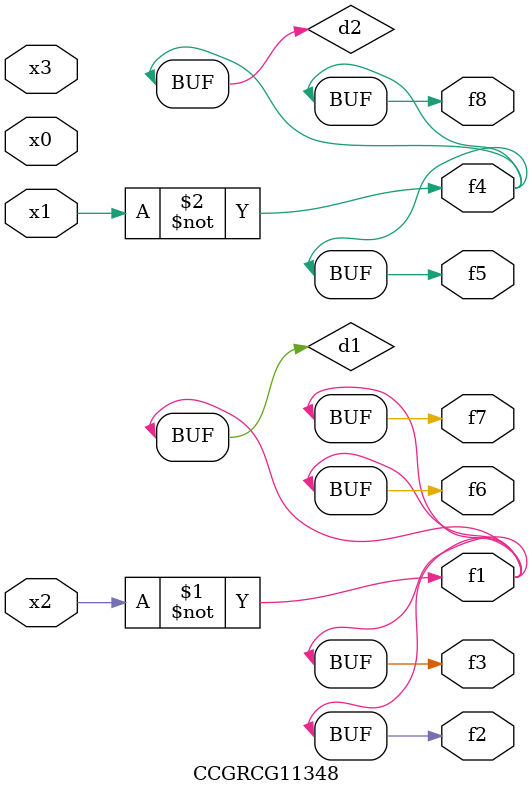
<source format=v>
module CCGRCG11348(
	input x0, x1, x2, x3,
	output f1, f2, f3, f4, f5, f6, f7, f8
);

	wire d1, d2;

	xnor (d1, x2);
	not (d2, x1);
	assign f1 = d1;
	assign f2 = d1;
	assign f3 = d1;
	assign f4 = d2;
	assign f5 = d2;
	assign f6 = d1;
	assign f7 = d1;
	assign f8 = d2;
endmodule

</source>
